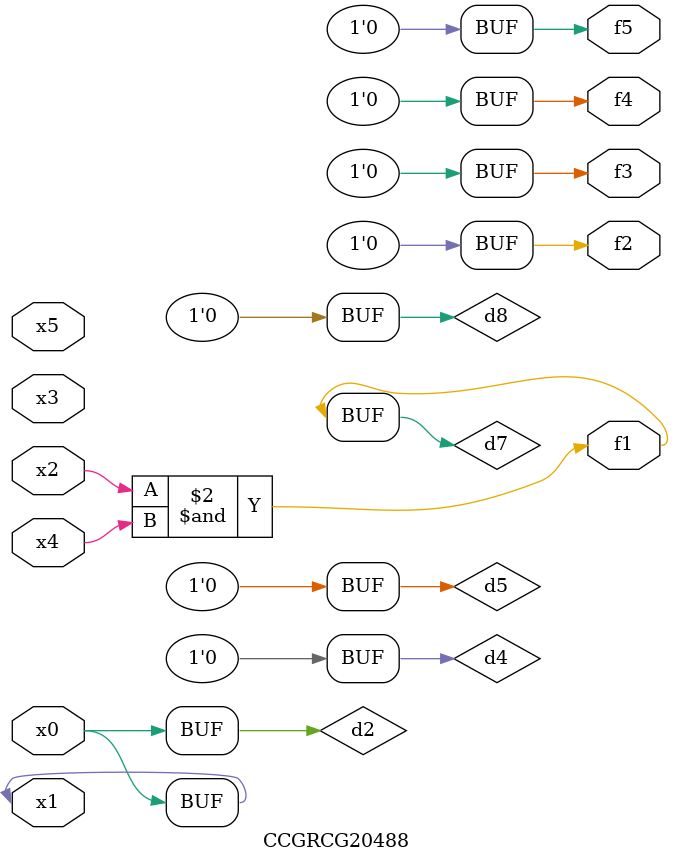
<source format=v>
module CCGRCG20488(
	input x0, x1, x2, x3, x4, x5,
	output f1, f2, f3, f4, f5
);

	wire d1, d2, d3, d4, d5, d6, d7, d8, d9;

	nand (d1, x1);
	buf (d2, x0, x1);
	nand (d3, x2, x4);
	and (d4, d1, d2);
	and (d5, d1, d2);
	nand (d6, d1, d3);
	not (d7, d3);
	xor (d8, d5);
	nor (d9, d5, d6);
	assign f1 = d7;
	assign f2 = d8;
	assign f3 = d8;
	assign f4 = d8;
	assign f5 = d8;
endmodule

</source>
